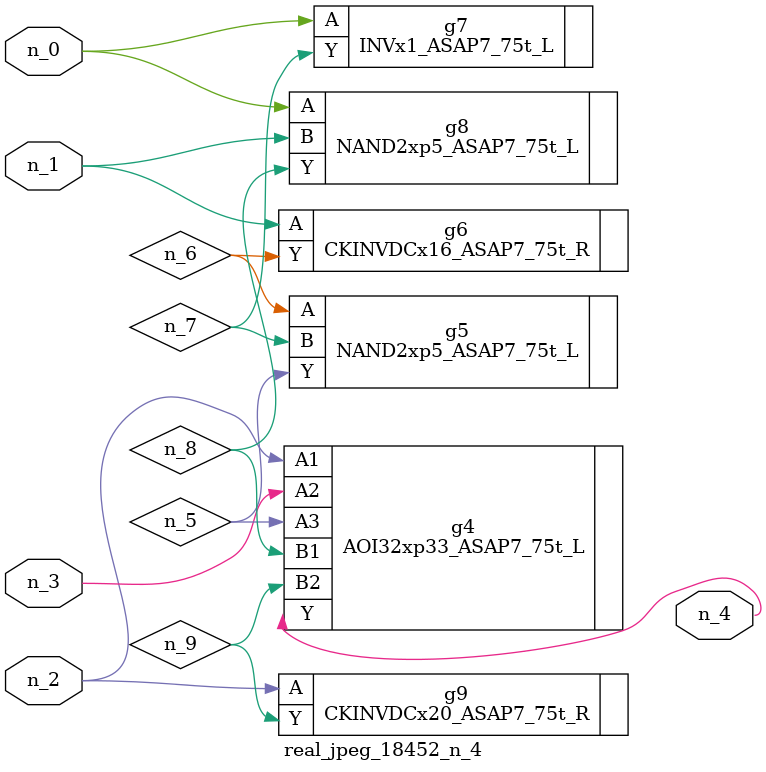
<source format=v>
module real_jpeg_18452_n_4 (n_3, n_1, n_0, n_2, n_4);

input n_3;
input n_1;
input n_0;
input n_2;

output n_4;

wire n_5;
wire n_8;
wire n_6;
wire n_7;
wire n_9;

INVx1_ASAP7_75t_L g7 ( 
.A(n_0),
.Y(n_7)
);

NAND2xp5_ASAP7_75t_L g8 ( 
.A(n_0),
.B(n_1),
.Y(n_8)
);

CKINVDCx16_ASAP7_75t_R g6 ( 
.A(n_1),
.Y(n_6)
);

AOI32xp33_ASAP7_75t_L g4 ( 
.A1(n_2),
.A2(n_3),
.A3(n_5),
.B1(n_8),
.B2(n_9),
.Y(n_4)
);

CKINVDCx20_ASAP7_75t_R g9 ( 
.A(n_2),
.Y(n_9)
);

NAND2xp5_ASAP7_75t_L g5 ( 
.A(n_6),
.B(n_7),
.Y(n_5)
);


endmodule
</source>
